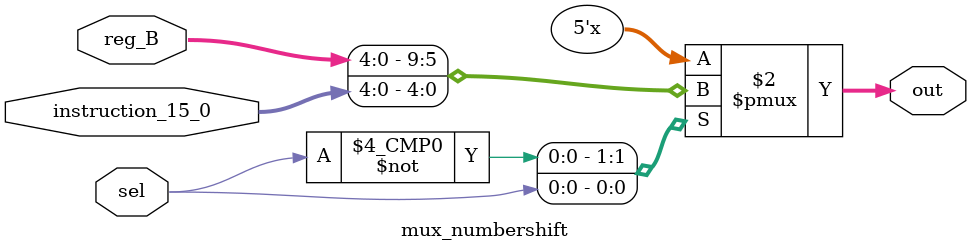
<source format=v>
module mux_numbershift(input wire [31:0] reg_B,
                 input wire [31:0] instruction_15_0,
                 input wire sel,
                 output reg [4:0] out
                 );
  
  always@(*) begin
    case (sel)
      1'b0: out = reg_B[4:0];
      1'b1: out = instruction_15_0[4:0];
    endcase
  end
endmodule
</source>
